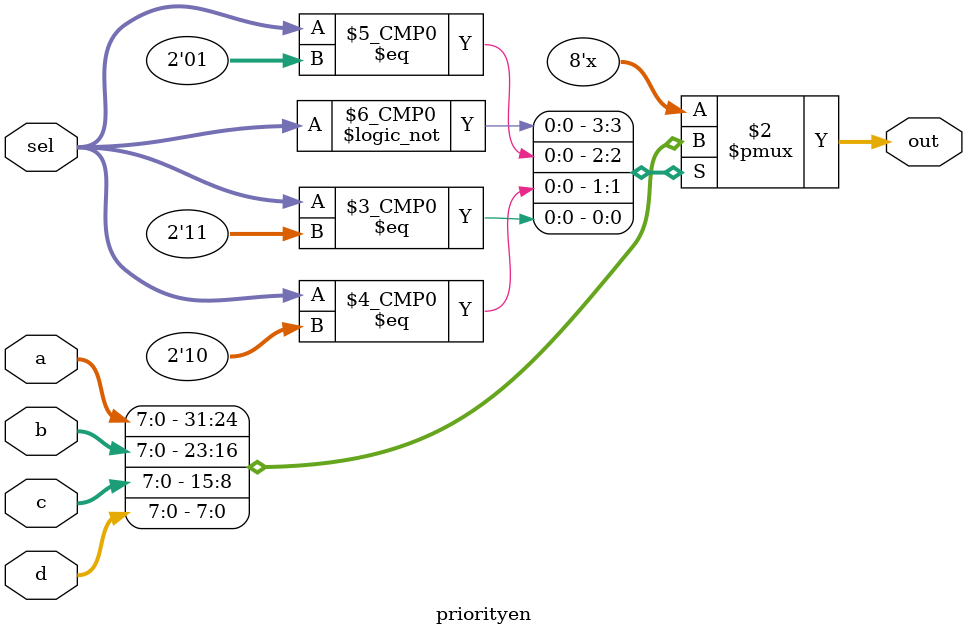
<source format=v>
module priorityen(
input [7:0] a,
input [7:0] b,
input [7:0] c,
input [7:0] d,
input [1:0] sel,
output reg [7:0] out);

always @ (sel) begin
case (sel)
'b00: out<=a; 
'b01: out<=b;
'b10: out<=c;
'b11: out<=d;
endcase
end


endmodule
</source>
